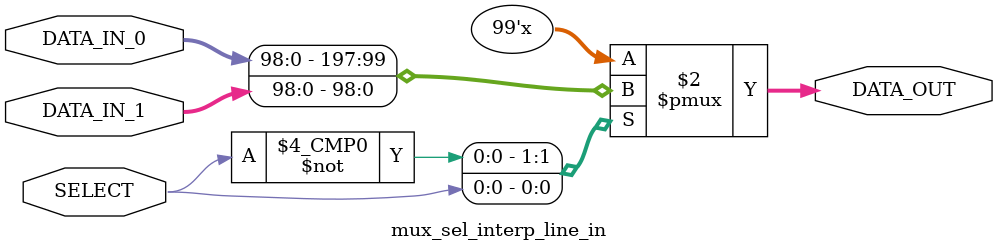
<source format=v>
/*-----------------------------------------------------------------------------------
* File: mux_sel_interp_line_in.v
* Date generated: 25/03/2023
* Date modified: 10/05/2023
* Author: Bruna Suemi Nagai
* Description: Selects between the column from buffer (0) or external line (1).
*----------------------------------------------------------------------------------- */

module mux_sel_interp_line_in (
  input signed [98:0] DATA_IN_0,
  input signed [98:0] DATA_IN_1,
  input [0:0] SELECT,
  output reg signed [98:0] DATA_OUT
);
    

// ------------------------------------------
// Sequential logic
// ------------------------------------------
always @ (SELECT or DATA_IN_0 or DATA_IN_1)
  case (SELECT)
	1'b0: DATA_OUT = DATA_IN_0;
	1'b1: DATA_OUT = DATA_IN_1;
  endcase

endmodule // mux_sel_interp_line_in
    
</source>
